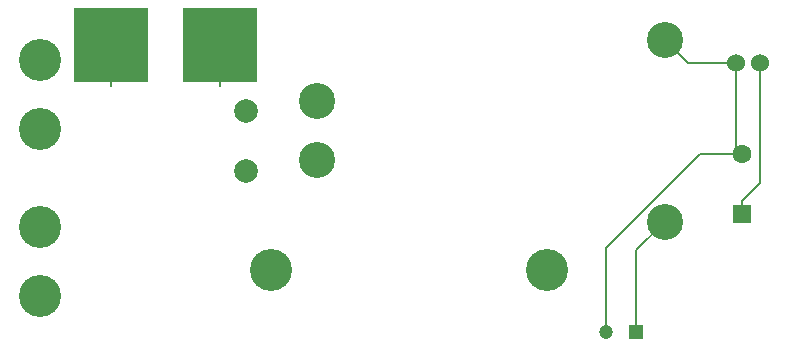
<source format=gbl>
G04 ---------------------------- Layer name :BOTTOM LAYER*
G04 easyEDA 0.1*
G04 Scale: 100 percent, Rotated: No, Reflected: No *
G04 Dimensions in inches *
G04 leading zeros omitted , absolute positions ,2 integer and 4 *
%FSLAX24Y24*%
%MOIN*%
G90*
G70D02*

%ADD11C,0.008000*%
%ADD12C,0.078740*%
%ADD14R,0.250000X0.250000*%
%ADD15C,0.120000*%
%ADD17C,0.120078*%
%ADD19C,0.140000*%
%ADD21R,0.062992X0.062992*%
%ADD22C,0.062992*%
%ADD24C,0.060000*%
%ADD26R,0.047200X0.047200*%
%ADD27C,0.047200*%

%LPD*%
G54D11*
G01X26227Y9792D02*
G01X26227Y5787D01*
G01X25627Y5187D01*
G01X22093Y838D02*
G01X22093Y3557D01*
G01X23032Y4496D01*
G01X25427Y9792D02*
G01X23801Y9792D01*
G01X23032Y10559D01*
G01X25427Y9792D02*
G01X25427Y6961D01*
G01X25627Y6761D01*
G01X21093Y838D02*
G01X21093Y3640D01*
G01X24214Y6761D01*
G01X25627Y6761D01*
G01X8206Y10384D02*
G01X8206Y9023D01*
G01X4567Y10380D02*
G01X4567Y9020D01*
G01X25627Y4761D02*
G01X25627Y5187D01*
G54D12*
G01X9092Y6209D03*
G01X9092Y8209D03*
G54D14*
G01X4567Y10380D03*
G01X8206Y10384D03*
G54D15*
G01X23032Y10559D03*
G01X23032Y4496D03*
G01X11457Y8511D03*
G54D17*
G01X11457Y6544D03*
G54D19*
G01X2203Y9896D03*
G01X2203Y7596D03*
G01X2203Y2015D03*
G01X2203Y4315D03*
G01X19110Y2903D03*
G01X9910Y2903D03*
G54D21*
G01X25627Y4761D03*
G54D22*
G01X25627Y6761D03*
G54D24*
G01X26227Y9792D03*
G01X25427Y9792D03*
G54D26*
G01X22093Y838D03*
G54D27*
G01X21093Y838D03*
G54D12*
G01X9092Y6209D03*
G01X9092Y8209D03*
G54D14*
G01X4567Y10380D03*
G01X8206Y10384D03*
G54D15*
G01X23032Y10559D03*
G01X23032Y4496D03*
G01X11457Y8511D03*
G54D17*
G01X11457Y6544D03*
G54D19*
G01X2203Y9896D03*
G01X2203Y7596D03*
G01X2203Y2015D03*
G01X2203Y4315D03*
G01X19110Y2903D03*
G01X9910Y2903D03*
G54D21*
G01X25627Y4761D03*
G54D22*
G01X25627Y6761D03*
G54D24*
G01X26227Y9792D03*
G01X25427Y9792D03*
G54D26*
G01X22093Y838D03*
G54D27*
G01X21093Y838D03*

M00*
M02*
</source>
